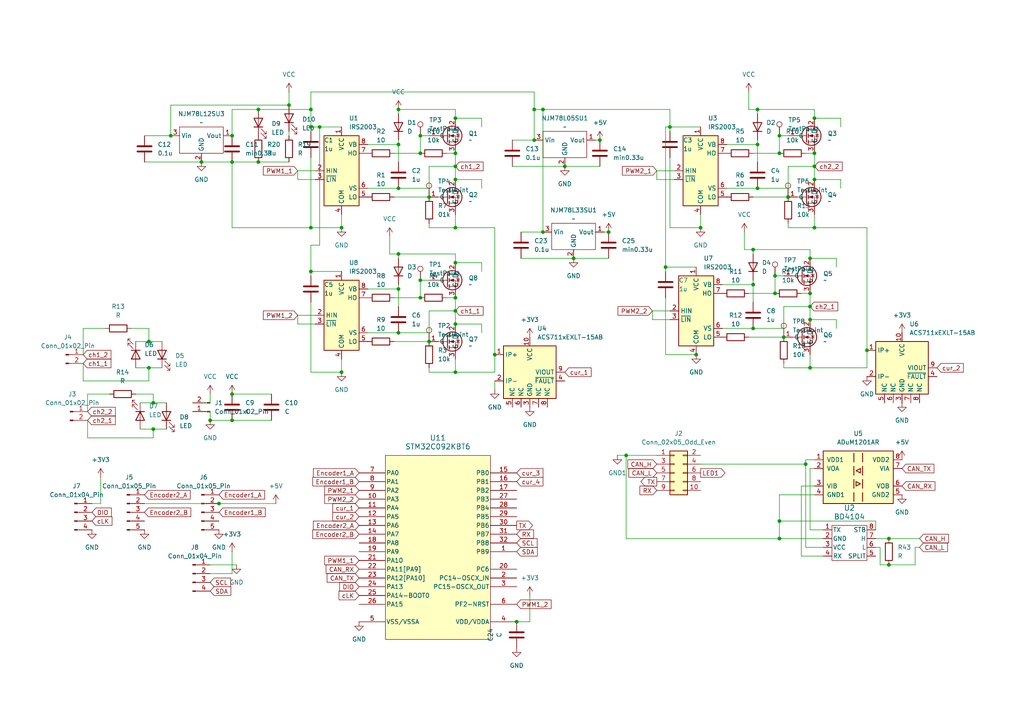
<source format=kicad_sch>
(kicad_sch (version 20250114) (generator "eeschema") (generator_version "9.0")
  (paper "A4")
  (junction (at 181.61 132.08))
  (junction (at 194.31 36.83))
  (junction (at 90.17 36.83))
  (junction (at 115.57 41.91))
  (junction (at 58.42 46.99))
  (junction (at 157.48 67.31))
  (junction (at 219.71 41.91))
  (junction (at 163.83 48.26))
  (junction (at 149.86 180.34))
  (junction (at 234.95 85.09))
  (junction (at 193.04 77.47))
  (junction (at 132.08 90.17))
  (junction (at 132.08 48.26))
  (junction (at 219.71 54.61))
  (junction (at 154.94 40.64))
  (junction (at 166.37 74.93))
  (junction (at 236.22 44.45))
  (junction (at 124.46 99.06))
  (junction (at 154.94 31.75))
  (junction (at 132.08 93.98))
  (junction (at 218.44 82.55))
  (junction (at 257.81 163.83))
  (junction (at 121.92 81.28))
  (junction (at 43.18 99.06))
  (junction (at 234.95 106.68))
  (junction (at 218.44 95.25))
  (junction (at 121.92 44.45))
  (junction (at 227.33 97.79))
  (junction (at 233.68 134.62))
  (junction (at 60.96 121.92))
  (junction (at 63.5 146.05))
  (junction (at 90.17 78.74))
  (junction (at 92.71 36.83))
  (junction (at 99.06 107.95))
  (junction (at 236.22 66.04))
  (junction (at 83.82 30.48))
  (junction (at 226.06 44.45))
  (junction (at 219.71 31.75))
  (junction (at 132.08 76.2))
  (junction (at 99.06 66.04))
  (junction (at 132.08 107.95))
  (junction (at 257.81 156.21))
  (junction (at 67.31 121.92))
  (junction (at 203.2 66.04))
  (junction (at 132.08 66.04))
  (junction (at 226.06 156.21))
  (junction (at 226.06 39.37))
  (junction (at 234.95 74.93))
  (junction (at 236.22 48.26))
  (junction (at 49.53 39.37))
  (junction (at 115.57 96.52))
  (junction (at 90.17 31.75))
  (junction (at 44.45 124.46))
  (junction (at 236.22 52.07))
  (junction (at 132.08 34.29))
  (junction (at 74.93 46.99))
  (junction (at 67.31 46.99))
  (junction (at 251.46 101.6))
  (junction (at 115.57 31.75))
  (junction (at 67.31 39.37))
  (junction (at 132.08 52.07))
  (junction (at 132.08 44.45))
  (junction (at 143.51 102.87))
  (junction (at 43.18 106.68))
  (junction (at 226.06 151.13))
  (junction (at 115.57 73.66))
  (junction (at 157.48 31.75))
  (junction (at 234.95 92.71))
  (junction (at 236.22 34.29))
  (junction (at 228.5665 57.15))
  (junction (at 234.95 88.9))
  (junction (at 115.57 54.61))
  (junction (at 176.53 67.31))
  (junction (at 121.92 39.37))
  (junction (at 228.6 57.15))
  (junction (at 90.17 66.04))
  (junction (at 115.57 83.82))
  (junction (at 74.93 31.75))
  (junction (at 218.44 72.39))
  (junction (at 132.08 86.36))
  (junction (at 201.93 102.87))
  (junction (at 67.31 114.3))
  (junction (at 124.46 57.15))
  (junction (at 224.79 80.01))
  (junction (at 44.45 116.84))
  (junction (at 173.99 40.64))
  (junction (at 121.92 86.36))
  (junction (at 224.79 85.09))
  (wire (pts (xy 236.22 140.97) (xy 232.41 140.97)))
  (wire (pts (xy 139.7 96.52) (xy 139.7 93.98)))
  (wire (pts (xy 236.22 143.51) (xy 226.06 143.51)))
  (wire (pts (xy 218.44 72.39) (xy 234.95 72.39)))
  (wire (pts (xy 157.48 31.75) (xy 194.31 31.75)))
  (wire (pts (xy 90.17 78.74) (xy 90.17 80.01)))
  (wire (pts (xy 106.68 83.82) (xy 115.57 83.82)))
  (wire (pts (xy 25.4 114.3) (xy 31.75 114.3)))
  (wire (pts (xy 215.9 72.39) (xy 218.44 72.39)))
  (wire (pts (xy 90.17 71.12) (xy 92.71 71.12)))
  (wire (pts (xy 60.96 119.38) (xy 60.96 121.92)))
  (wire (pts (xy 219.71 41.91) (xy 219.71 46.99)))
  (wire (pts (xy 236.22 66.04) (xy 251.46 66.04)))
  (wire (pts (xy 39.37 114.3) (xy 44.45 114.3)))
  (wire (pts (xy 154.94 31.75) (xy 154.94 40.64)))
  (wire (pts (xy 242.57 95.25) (xy 242.57 92.71)))
  (wire (pts (xy 233.68 134.62) (xy 233.68 158.75)))
  (wire (pts (xy 44.45 116.84) (xy 48.26 116.84)))
  (wire (pts (xy 139.7 76.2) (xy 132.08 76.2)))
  (wire (pts (xy 74.93 46.99) (xy 83.82 46.99)))
  (wire (pts (xy 99.06 66.04) (xy 99.06 62.23)))
  (wire (pts (xy 189.23 90.17) (xy 194.31 90.17)))
  (wire (pts (xy 236.22 31.75) (xy 236.22 34.29)))
  (wire (pts (xy 166.37 74.93) (xy 176.53 74.93)))
  (wire (pts (xy 40.64 116.84) (xy 44.45 116.84)))
  (wire (pts (xy 226.06 39.37) (xy 228.6 39.37)))
  (wire (pts (xy 243.84 54.61) (xy 243.84 52.07)))
  (wire (pts (xy 90.17 26.67) (xy 90.17 31.75)))
  (wire (pts (xy 209.55 95.25) (xy 218.44 95.25)))
  (wire (pts (xy 203.2 66.04) (xy 203.2 62.23)))
  (wire (pts (xy 190.5 49.53) (xy 190.5 52.07)))
  (wire (pts (xy 124.46 96.52) (xy 124.46 90.17)))
  (wire (pts (xy 39.37 99.06) (xy 43.18 99.06)))
  (wire (pts (xy 67.31 46.99) (xy 74.93 46.99)))
  (wire (pts (xy 176.53 67.31) (xy 175.26 67.31)))
  (wire (pts (xy 234.95 153.67) (xy 234.95 135.89)))
  (wire (pts (xy 234.95 88.9) (xy 234.95 92.71)))
  (wire (pts (xy 233.68 44.45) (xy 236.22 44.45)))
  (wire (pts (xy 139.7 78.74) (xy 139.7 76.2)))
  (wire (pts (xy 228.5665 57.15) (xy 228.6 57.15)))
  (wire (pts (xy 226.06 156.21) (xy 181.61 156.21)))
  (wire (pts (xy 132.08 66.04) (xy 124.46 66.04)))
  (wire (pts (xy 234.95 102.87) (xy 234.95 106.68)))
  (wire (pts (xy 43.18 110.49) (xy 24.13 110.49)))
  (wire (pts (xy 251.46 101.6) (xy 251.46 106.68)))
  (wire (pts (xy 67.31 31.75) (xy 67.31 39.37)))
  (wire (pts (xy 210.82 54.61) (xy 219.71 54.61)))
  (wire (pts (xy 113.03 73.66) (xy 113.03 68.58)))
  (wire (pts (xy 194.31 36.83) (xy 203.2 36.83)))
  (wire (pts (xy 153.67 180.34) (xy 149.86 180.34)))
  (wire (pts (xy 90.17 78.74) (xy 99.06 78.74)))
  (wire (pts (xy 90.17 71.12) (xy 90.17 78.74)))
  (wire (pts (xy 41.91 146.05) (xy 63.5 146.05)))
  (wire (pts (xy 90.17 36.83) (xy 90.17 38.1)))
  (wire (pts (xy 86.36 49.53) (xy 86.36 52.07)))
  (wire (pts (xy 106.68 54.61) (xy 115.57 54.61)))
  (wire (pts (xy 143.51 102.87) (xy 143.51 107.95)))
  (wire (pts (xy 219.71 33.02) (xy 219.71 31.75)))
  (wire (pts (xy 227.33 105.41) (xy 227.33 106.68)))
  (wire (pts (xy 43.18 95.25) (xy 43.18 99.06)))
  (wire (pts (xy 67.31 121.92) (xy 78.74 121.92)))
  (wire (pts (xy 226.06 151.13) (xy 254 151.13)))
  (wire (pts (xy 217.17 31.75) (xy 219.71 31.75)))
  (wire (pts (xy 227.33 95.25) (xy 227.33 88.9)))
  (wire (pts (xy 236.22 62.23) (xy 236.22 66.04)))
  (wire (pts (xy 139.7 34.29) (xy 132.08 34.29)))
  (wire (pts (xy 139.7 54.61) (xy 139.7 52.07)))
  (wire (pts (xy 236.22 48.26) (xy 236.22 52.07)))
  (wire (pts (xy 194.31 66.04) (xy 203.2 66.04)))
  (wire (pts (xy 194.31 36.83) (xy 194.31 38.1)))
  (wire (pts (xy 90.17 36.83) (xy 90.17 31.75)))
  (wire (pts (xy 86.36 91.44) (xy 86.36 93.98)))
  (wire (pts (xy 243.84 36.83) (xy 243.84 34.29)))
  (wire (pts (xy 92.71 71.12) (xy 92.71 36.83)))
  (wire (pts (xy 255.27 163.83) (xy 255.27 158.75)))
  (wire (pts (xy 41.91 46.99) (xy 58.42 46.99)))
  (wire (pts (xy 226.06 156.21) (xy 238.76 156.21)))
  (wire (pts (xy 115.57 96.52) (xy 124.46 96.52)))
  (wire (pts (xy 115.57 40.64) (xy 115.57 41.91)))
  (wire (pts (xy 226.06 143.51) (xy 226.06 151.13)))
  (wire (pts (xy 217.17 85.09) (xy 224.79 85.09)))
  (wire (pts (xy 83.82 26.67) (xy 83.82 30.48)))
  (wire (pts (xy 86.36 52.07) (xy 91.44 52.07)))
  (wire (pts (xy 139.7 36.83) (xy 139.7 34.29)))
  (wire (pts (xy 193.04 77.47) (xy 201.93 77.47)))
  (wire (pts (xy 121.92 39.37) (xy 124.46 39.37)))
  (wire (pts (xy 29.21 138.43) (xy 29.21 146.05)))
  (wire (pts (xy 92.71 36.83) (xy 99.06 36.83)))
  (wire (pts (xy 43.18 106.68) (xy 43.18 110.49)))
  (wire (pts (xy 257.81 163.83) (xy 255.27 163.83)))
  (wire (pts (xy 41.91 39.37) (xy 49.53 39.37)))
  (wire (pts (xy 234.95 72.39) (xy 234.95 74.93)))
  (wire (pts (xy 219.71 40.64) (xy 219.71 41.91)))
  (wire (pts (xy 257.81 156.21) (xy 266.7 156.21)))
  (wire (pts (xy 224.79 80.01) (xy 224.79 85.09)))
  (wire (pts (xy 139.7 93.98) (xy 132.08 93.98)))
  (wire (pts (xy 39.37 106.68) (xy 43.18 106.68)))
  (wire (pts (xy 40.64 124.46) (xy 44.45 124.46)))
  (wire (pts (xy 218.44 95.25) (xy 227.33 95.25)))
  (wire (pts (xy 234.95 85.09) (xy 234.95 88.9)))
  (wire (pts (xy 190.5 52.07) (xy 195.58 52.07)))
  (wire (pts (xy 124.46 48.26) (xy 132.08 48.26)))
  (wire (pts (xy 132.08 66.04) (xy 143.51 66.04)))
  (wire (pts (xy 121.92 39.37) (xy 121.92 44.45)))
  (wire (pts (xy 228.6 48.26) (xy 236.22 48.26)))
  (wire (pts (xy 238.76 153.67) (xy 234.95 153.67)))
  (wire (pts (xy 25.4 119.38) (xy 25.4 114.3)))
  (wire (pts (xy 132.08 104.14) (xy 132.08 107.95)))
  (wire (pts (xy 236.22 44.45) (xy 236.22 48.26)))
  (wire (pts (xy 226.06 151.13) (xy 226.06 156.21)))
  (wire (pts (xy 232.41 161.29) (xy 238.76 161.29)))
  (wire (pts (xy 233.68 133.35) (xy 233.68 134.62)))
  (wire (pts (xy 106.68 41.91) (xy 115.57 41.91)))
  (wire (pts (xy 218.44 81.28) (xy 218.44 82.55)))
  (wire (pts (xy 132.08 90.17) (xy 132.08 93.98)))
  (wire (pts (xy 143.51 107.95) (xy 132.08 107.95)))
  (wire (pts (xy 60.96 114.3) (xy 60.96 116.84)))
  (wire (pts (xy 25.4 127) (xy 25.4 121.92)))
  (wire (pts (xy 210.82 41.91) (xy 219.71 41.91)))
  (wire (pts (xy 38.1 95.25) (xy 43.18 95.25)))
  (wire (pts (xy 49.53 30.48) (xy 49.53 39.37)))
  (wire (pts (xy 194.31 36.83) (xy 194.31 31.75)))
  (wire (pts (xy 257.81 163.83) (xy 265.43 163.83)))
  (wire (pts (xy 254 153.67) (xy 254 151.13)))
  (wire (pts (xy 55.88 116.84) (xy 60.96 116.84)))
  (wire (pts (xy 115.57 41.91) (xy 115.57 46.99)))
  (wire (pts (xy 132.08 73.66) (xy 132.08 76.2)))
  (wire (pts (xy 153.67 172.72) (xy 153.67 180.34)))
  (wire (pts (xy 193.04 86.36) (xy 193.04 102.87)))
  (wire (pts (xy 115.57 33.02) (xy 115.57 31.75)))
  (wire (pts (xy 132.08 44.45) (xy 132.08 48.26)))
  (wire (pts (xy 181.61 132.08) (xy 190.5 132.08)))
  (wire (pts (xy 154.94 31.75) (xy 154.94 26.67)))
  (wire (pts (xy 114.3 86.36) (xy 121.92 86.36)))
  (wire (pts (xy 143.51 66.04) (xy 143.51 102.87)))
  (wire (pts (xy 232.41 85.09) (xy 234.95 85.09)))
  (wire (pts (xy 124.46 64.77) (xy 124.46 66.04)))
  (wire (pts (xy 114.3 57.15) (xy 124.46 57.15)))
  (wire (pts (xy 228.6 54.61) (xy 228.6 48.26)))
  (wire (pts (xy 132.08 31.75) (xy 132.08 34.29)))
  (wire (pts (xy 83.82 38.1) (xy 83.82 39.37)))
  (wire (pts (xy 115.57 73.66) (xy 132.08 73.66)))
  (wire (pts (xy 193.04 77.47) (xy 193.04 78.74)))
  (wire (pts (xy 74.93 31.75) (xy 90.17 31.75)))
  (wire (pts (xy 90.17 66.04) (xy 99.06 66.04)))
  (wire (pts (xy 115.57 83.82) (xy 115.57 88.9)))
  (wire (pts (xy 209.55 82.55) (xy 218.44 82.55)))
  (wire (pts (xy 219.71 31.75) (xy 236.22 31.75)))
  (wire (pts (xy 193.04 36.83) (xy 194.31 36.83)))
  (wire (pts (xy 228.6 64.77) (xy 228.6 66.04)))
  (wire (pts (xy 129.54 44.45) (xy 132.08 44.45)))
  (wire (pts (xy 68.58 163.83) (xy 60.96 163.83)))
  (wire (pts (xy 266.7 158.75) (xy 265.43 158.75)))
  (wire (pts (xy 67.31 66.04) (xy 90.17 66.04)))
  (wire (pts (xy 115.57 54.61) (xy 124.46 54.61)))
  (wire (pts (xy 217.17 31.75) (xy 217.17 26.67)))
  (wire (pts (xy 233.68 158.75) (xy 238.76 158.75)))
  (wire (pts (xy 67.31 46.99) (xy 67.31 66.04)))
  (wire (pts (xy 232.41 140.97) (xy 232.41 161.29)))
  (wire (pts (xy 124.46 54.61) (xy 124.46 48.26)))
  (wire (pts (xy 265.43 158.75) (xy 265.43 163.83)))
  (wire (pts (xy 194.31 45.72) (xy 194.31 66.04)))
  (wire (pts (xy 255.27 158.75) (xy 254 158.75)))
  (wire (pts (xy 63.5 146.05) (xy 80.01 146.05)))
  (wire (pts (xy 189.23 92.71) (xy 194.31 92.71)))
  (wire (pts (xy 224.79 80.01) (xy 227.33 80.01)))
  (wire (pts (xy 60.96 121.92) (xy 67.31 121.92)))
  (wire (pts (xy 179.07 132.08) (xy 181.61 132.08)))
  (wire (pts (xy 242.57 74.93) (xy 234.95 74.93)))
  (wire (pts (xy 29.21 146.05) (xy 26.67 146.05)))
  (wire (pts (xy 243.84 34.29) (xy 236.22 34.29)))
  (wire (pts (xy 233.68 133.35) (xy 236.22 133.35)))
  (wire (pts (xy 218.44 57.15) (xy 228.5665 57.15)))
  (wire (pts (xy 151.13 74.93) (xy 166.37 74.93)))
  (wire (pts (xy 129.54 86.36) (xy 132.08 86.36)))
  (wire (pts (xy 173.99 40.64) (xy 172.72 40.64)))
  (wire (pts (xy 217.17 97.79) (xy 227.33 97.79)))
  (wire (pts (xy 67.31 166.37) (xy 60.96 166.37)))
  (wire (pts (xy 234.95 135.89) (xy 236.22 135.89)))
  (wire (pts (xy 190.5 49.53) (xy 195.58 49.53)))
  (wire (pts (xy 218.44 82.55) (xy 218.44 87.63)))
  (wire (pts (xy 234.95 106.68) (xy 227.33 106.68)))
  (wire (pts (xy 251.46 66.04) (xy 251.46 101.6)))
  (wire (pts (xy 44.45 124.46) (xy 44.45 127)))
  (wire (pts (xy 58.42 46.99) (xy 67.31 46.99)))
  (wire (pts (xy 132.08 86.36) (xy 132.08 90.17)))
  (wire (pts (xy 143.51 110.49) (xy 143.51 113.03)))
  (wire (pts (xy 132.08 107.95) (xy 124.46 107.95)))
  (wire (pts (xy 115.57 74.93) (xy 115.57 73.66)))
  (wire (pts (xy 67.31 31.75) (xy 74.93 31.75)))
  (wire (pts (xy 106.68 96.52) (xy 115.57 96.52)))
  (wire (pts (xy 139.7 52.07) (xy 132.08 52.07)))
  (wire (pts (xy 121.92 81.28) (xy 121.92 86.36)))
  (wire (pts (xy 236.22 66.04) (xy 228.6 66.04)))
  (wire (pts (xy 226.06 39.37) (xy 226.06 44.45)))
  (wire (pts (xy 243.84 52.07) (xy 236.22 52.07)))
  (wire (pts (xy 55.88 119.38) (xy 60.96 119.38)))
  (wire (pts (xy 181.61 156.21) (xy 181.61 132.08)))
  (wire (pts (xy 148.59 40.64) (xy 154.94 40.64)))
  (wire (pts (xy 90.17 36.83) (xy 92.71 36.83)))
  (wire (pts (xy 215.9 72.39) (xy 215.9 67.31)))
  (wire (pts (xy 193.04 36.83) (xy 193.04 77.47)))
  (wire (pts (xy 163.83 48.26) (xy 173.99 48.26)))
  (wire (pts (xy 43.18 106.68) (xy 46.99 106.68)))
  (wire (pts (xy 86.36 93.98) (xy 91.44 93.98)))
  (wire (pts (xy 219.71 54.61) (xy 228.6 54.61)))
  (wire (pts (xy 49.53 30.48) (xy 83.82 30.48)))
  (wire (pts (xy 157.48 31.75) (xy 157.48 67.31)))
  (wire (pts (xy 132.08 48.26) (xy 132.08 52.07)))
  (wire (pts (xy 121.92 81.28) (xy 124.46 81.28)))
  (wire (pts (xy 44.45 124.46) (xy 48.26 124.46)))
  (wire (pts (xy 124.46 90.17) (xy 132.08 90.17)))
  (wire (pts (xy 86.36 49.53) (xy 91.44 49.53)))
  (wire (pts (xy 24.13 105.41) (xy 24.13 110.49)))
  (wire (pts (xy 234.95 106.68) (xy 251.46 106.68)))
  (wire (pts (xy 44.45 127) (xy 25.4 127)))
  (wire (pts (xy 242.57 77.47) (xy 242.57 74.93)))
  (wire (pts (xy 24.13 95.25) (xy 30.48 95.25)))
  (wire (pts (xy 99.06 107.95) (xy 99.06 104.14)))
  (wire (pts (xy 218.44 44.45) (xy 226.06 44.45)))
  (wire (pts (xy 218.44 73.66) (xy 218.44 72.39)))
  (wire (pts (xy 115.57 31.75) (xy 132.08 31.75)))
  (wire (pts (xy 90.17 87.63) (xy 90.17 107.95)))
  (wire (pts (xy 114.3 99.06) (xy 124.46 99.06)))
  (wire (pts (xy 113.03 73.66) (xy 115.57 73.66)))
  (wire (pts (xy 67.31 160.02) (xy 67.31 166.37)))
  (wire (pts (xy 124.46 106.68) (xy 124.46 107.95)))
  (wire (pts (xy 67.31 114.3) (xy 78.74 114.3)))
  (wire (pts (xy 254 156.21) (xy 257.81 156.21)))
  (wire (pts (xy 132.08 62.23) (xy 132.08 66.04)))
  (wire (pts (xy 193.04 102.87) (xy 201.93 102.87)))
  (wire (pts (xy 114.3 44.45) (xy 121.92 44.45)))
  (wire (pts (xy 86.36 91.44) (xy 91.44 91.44)))
  (wire (pts (xy 154.94 26.67) (xy 90.17 26.67)))
  (wire (pts (xy 189.23 90.17) (xy 189.23 92.71)))
  (wire (pts (xy 227.33 88.9) (xy 234.95 88.9)))
  (wire (pts (xy 44.45 114.3) (xy 44.45 116.84)))
  (wire (pts (xy 203.2 134.62) (xy 233.68 134.62)))
  (wire (pts (xy 154.94 31.75) (xy 157.48 31.75)))
  (wire (pts (xy 90.17 45.72) (xy 90.17 66.04)))
  (wire (pts (xy 115.57 82.55) (xy 115.57 83.82)))
  (wire (pts (xy 90.17 107.95) (xy 99.06 107.95)))
  (wire (pts (xy 242.57 92.71) (xy 234.95 92.71)))
  (wire (pts (xy 43.18 99.06) (xy 46.99 99.06)))
  (wire (pts (xy 148.59 48.26) (xy 163.83 48.26)))
  (wire (pts (xy 24.13 102.87) (xy 24.13 95.25)))
  (wire (pts (xy 151.13 67.31) (xy 157.48 67.31)))
  (global_label "cur_2" (shape input) (at 104.14 149.86 180) (property "Intersheetrefs" "${INTERSHEET_REFS}" (effects (hide yes))))
  (global_label "Encoder2_B" (shape input) (at 104.14 154.94 180) (property "Intersheetrefs" "${INTERSHEET_REFS}" (effects (hide yes))))
  (global_label "Encoder2_A" (shape input) (at 104.14 152.4 180) (property "Intersheetrefs" "${INTERSHEET_REFS}" (effects (hide yes))))
  (global_label "PWM2_1" (shape input) (at 190.5 49.53 180) (property "Intersheetrefs" "${INTERSHEET_REFS}" (effects (hide yes))))
  (global_label "DIO" (shape input) (at 26.67 148.59 0) (property "Intersheetrefs" "${INTERSHEET_REFS}" (effects (hide yes))))
  (global_label "Encoder1_B" (shape input) (at 63.5 148.59 0) (property "Intersheetrefs" "${INTERSHEET_REFS}" (effects (hide yes))))
  (global_label "DIO" (shape input) (at 104.14 170.18 180) (property "Intersheetrefs" "${INTERSHEET_REFS}" (effects (hide yes))))
  (global_label "SDA" (shape input) (at 60.96 171.45 0) (property "Intersheetrefs" "${INTERSHEET_REFS}" (effects (hide yes))))
  (global_label "PWM1_2" (shape input) (at 86.36 91.44 180) (property "Intersheetrefs" "${INTERSHEET_REFS}" (effects (hide yes))))
  (global_label "PWM2_2" (shape input) (at 104.14 144.78 180) (property "Intersheetrefs" "${INTERSHEET_REFS}" (effects (hide yes))))
  (global_label "CAN_RX" (shape input) (at 104.14 165.1 180) (property "Intersheetrefs" "${INTERSHEET_REFS}" (effects (hide yes))))
  (global_label "cur_2" (shape input) (at 271.78 106.68 0) (property "Intersheetrefs" "${INTERSHEET_REFS}" (effects (hide yes))))
  (global_label "Encoder2_A" (shape input) (at 41.91 143.51 0) (property "Intersheetrefs" "${INTERSHEET_REFS}" (effects (hide yes))))
  (global_label "SCL" (shape input) (at 149.86 157.48 0) (property "Intersheetrefs" "${INTERSHEET_REFS}" (effects (hide yes))))
  (global_label "ch2_1" (shape input) (at 234.95 88.9 0) (property "Intersheetrefs" "${INTERSHEET_REFS}" (effects (hide yes))))
  (global_label "CAN_RX" (shape input) (at 261.62 140.97 0) (property "Intersheetrefs" "${INTERSHEET_REFS}" (effects (hide yes))))
  (global_label "cur_4" (shape input) (at 149.86 139.7 0) (property "Intersheetrefs" "${INTERSHEET_REFS}" (effects (hide yes))))
  (global_label "PWM2_2" (shape input) (at 189.23 90.17 180) (property "Intersheetrefs" "${INTERSHEET_REFS}" (effects (hide yes))))
  (global_label "ch2_1" (shape input) (at 25.4 121.92 0) (property "Intersheetrefs" "${INTERSHEET_REFS}" (effects (hide yes))))
  (global_label "ch1_1" (shape input) (at 24.13 105.41 0) (property "Intersheetrefs" "${INTERSHEET_REFS}" (effects (hide yes))))
  (global_label "PWM1_2" (shape input) (at 149.86 175.26 0) (property "Intersheetrefs" "${INTERSHEET_REFS}" (effects (hide yes))))
  (global_label "cLK" (shape input) (at 104.14 172.72 180) (property "Intersheetrefs" "${INTERSHEET_REFS}" (effects (hide yes))))
  (global_label "ch2_2" (shape input) (at 25.4 119.38 0) (property "Intersheetrefs" "${INTERSHEET_REFS}" (effects (hide yes))))
  (global_label "SCL" (shape input) (at 60.96 168.91 0) (property "Intersheetrefs" "${INTERSHEET_REFS}" (effects (hide yes))))
  (global_label "cur_1" (shape input) (at 104.14 147.32 180) (property "Intersheetrefs" "${INTERSHEET_REFS}" (effects (hide yes))))
  (global_label "Encoder1_A" (shape input) (at 63.5 143.51 0) (property "Intersheetrefs" "${INTERSHEET_REFS}" (effects (hide yes))))
  (global_label "RX" (shape input) (at 149.86 154.94 0) (property "Intersheetrefs" "${INTERSHEET_REFS}" (effects (hide yes))))
  (global_label "Encoder1_A" (shape input) (at 104.14 137.16 180) (property "Intersheetrefs" "${INTERSHEET_REFS}" (effects (hide yes))))
  (global_label "ch2_2" (shape input) (at 236.22 48.26 0) (property "Intersheetrefs" "${INTERSHEET_REFS}" (effects (hide yes))))
  (global_label "LED1" (shape output) (at 203.2 137.16 0) (property "Intersheetrefs" "${INTERSHEET_REFS}" (effects (hide yes))))
  (global_label "PWM2_1" (shape input) (at 104.14 142.24 180) (property "Intersheetrefs" "${INTERSHEET_REFS}" (effects (hide yes))))
  (global_label "Encoder2_B" (shape input) (at 41.91 148.59 0) (property "Intersheetrefs" "${INTERSHEET_REFS}" (effects (hide yes))))
  (global_label "PWM1_1" (shape input) (at 104.14 162.56 180) (property "Intersheetrefs" "${INTERSHEET_REFS}" (effects (hide yes))))
  (global_label "CAN_H" (shape input) (at 266.7 156.21 0) (property "Intersheetrefs" "${INTERSHEET_REFS}" (effects (hide yes))))
  (global_label "TX" (shape output) (at 190.5 139.7 180) (property "Intersheetrefs" "${INTERSHEET_REFS}" (effects (hide yes))))
  (global_label "ch1_1" (shape input) (at 132.08 90.17 0) (property "Intersheetrefs" "${INTERSHEET_REFS}" (effects (hide yes))))
  (global_label "cur_3" (shape input) (at 149.86 137.16 0) (property "Intersheetrefs" "${INTERSHEET_REFS}" (effects (hide yes))))
  (global_label "SDA" (shape input) (at 149.86 160.02 0) (property "Intersheetrefs" "${INTERSHEET_REFS}" (effects (hide yes))))
  (global_label "CAN_L" (shape input) (at 266.7 158.75 0) (property "Intersheetrefs" "${INTERSHEET_REFS}" (effects (hide yes))))
  (global_label "cLK" (shape input) (at 26.67 151.13 0) (property "Intersheetrefs" "${INTERSHEET_REFS}" (effects (hide yes))))
  (global_label "ch1_2" (shape input) (at 24.13 102.87 0) (property "Intersheetrefs" "${INTERSHEET_REFS}" (effects (hide yes))))
  (global_label "TX" (shape output) (at 149.86 152.4 0) (property "Intersheetrefs" "${INTERSHEET_REFS}" (effects (hide yes))))
  (global_label "PWM1_1" (shape input) (at 86.36 49.53 180) (property "Intersheetrefs" "${INTERSHEET_REFS}" (effects (hide yes))))
  (global_label "CAN_L" (shape input) (at 190.5 137.16 180) (property "Intersheetrefs" "${INTERSHEET_REFS}" (effects (hide yes))))
  (global_label "CAN_TX" (shape input) (at 261.62 135.89 0) (property "Intersheetrefs" "${INTERSHEET_REFS}" (effects (hide yes))))
  (global_label "CAN_TX" (shape input) (at 104.14 167.64 180) (property "Intersheetrefs" "${INTERSHEET_REFS}" (effects (hide yes))))
  (global_label "cur_1" (shape input) (at 163.83 107.95 0) (property "Intersheetrefs" "${INTERSHEET_REFS}" (effects (hide yes))))
  (global_label "Encoder1_B" (shape input) (at 104.14 139.7 180) (property "Intersheetrefs" "${INTERSHEET_REFS}" (effects (hide yes))))
  (global_label "RX" (shape input) (at 190.5 142.24 180) (property "Intersheetrefs" "${INTERSHEET_REFS}" (effects (hide yes))))
  (global_label "CAN_H" (shape input) (at 190.5 134.62 180) (property "Intersheetrefs" "${INTERSHEET_REFS}" (effects (hide yes))))
  (global_label "ch1_2" (shape input) (at 132.08 48.26 0) (property "Intersheetrefs" "${INTERSHEET_REFS}" (effects (hide yes))))
  (symbol (lib_id "Device:R") (at 213.36 97.79 90) (unit 1)
    (property "Reference" "R12" (at 213.36 91.44 90))
    (property "Value" "10" (at 213.36 93.98 90))
    (property "Footprint" "Resistor_SMD:R_0603_1608Metric_Pad0.98x0.95mm_HandSolder" (effects (hide yes)))
    (property "Description" "Resistor" (effects (hide yes)))
  )
  (symbol (lib_id "jisaku:BD4104") (at 246.38 157.48 0) (unit 1)
    (property "Reference" "U2" (at 246.38 147.32 0) (effects (font (size 1.524 1.524))))
    (property "Value" "BD4104" (at 246.38 149.86 0) (effects (font (size 1.524 1.524))))
    (property "Footprint" "jisaku:SOP-J8" (effects (hide yes)))
    (property "Datasheet" "SOP-J8" (effects (hide yes)))
  )
  (symbol (lib_id "Driver_FET:IRS2003") (at 203.2 49.53 0) (unit 1)
    (property "Reference" "U3" (at 205.3433 34.29 0) (effects (justify left)))
    (property "Value" "IRS2003" (at 205.3433 36.83 0) (effects (justify left)))
    (property "Footprint" "Package_SO:SOIC-8_3.9x4.9mm_P1.27mm" (effects (hide yes)))
    (property "Datasheet" "https://www.infineon.com/dgdl/irs2003pbf.pdf?fileId=5546d462533600a401535675afec2780" (effects (hide yes)))
    (property "Description" "Half-Bridge Driver, 200V, 290/600mA, PDIP-8/SOIC-8" (effects (hide yes)))
  )
  (symbol (lib_id "power:+3V3") (at 261.62 96.52 0) (unit 1)
    (property "Reference" "#PWR018" (effects (hide yes)))
    (property "Value" "+3V3" (at 261.62 91.44 0))
    (property "Description" "Power symbol creates a global label with name \"+3V3\"" (effects (hide yes)))
  )
  (symbol (lib_id "Connector:Conn_01x05_Pin") (at 58.42 148.59 0) (unit 1)
    (property "Reference" "J6" (at 59.055 138.43 0))
    (property "Value" "Conn_01x05_Pin" (at 59.055 140.97 0))
    (property "Footprint" "Connector_PinHeader_2.54mm:PinHeader_1x05_P2.54mm_Horizontal" (effects (hide yes)))
    (property "Description" "Generic connector, single row, 01x05, script generated" (effects (hide yes)))
  )
  (symbol (lib_id "Device:C") (at 67.31 43.18 0) (unit 1)
    (property "Reference" "C11" (at 71.12 41.9099 0) (effects (justify left)))
    (property "Value" "min0.33u" (at 71.12 44.4499 0) (effects (justify left)))
    (property "Footprint" "Capacitor_SMD:C_0603_1608Metric" (effects (hide yes)))
    (property "Description" "Unpolarized capacitor" (effects (hide yes)))
  )
  (symbol (lib_id "Device:R") (at 110.49 57.15 90) (unit 1)
    (property "Reference" "R1" (at 110.49 50.8 90))
    (property "Value" "10" (at 110.49 53.34 90))
    (property "Footprint" "Resistor_SMD:R_0603_1608Metric_Pad0.98x0.95mm_HandSolder" (effects (hide yes)))
    (property "Description" "Resistor" (effects (hide yes)))
  )
  (symbol (lib_id "Connector:TestPoint") (at 124.46 57.15 0) (unit 1)
    (property "Reference" "TP4" (at 127 52.5779 0) (effects (justify left)))
    (property "Value" "TestPoint" (at 127 55.1179 0) (effects (justify left)))
    (property "Description" "test point" (effects (hide yes)))
  )
  (symbol (lib_id "power:+5V") (at 80.01 146.05 0) (unit 1)
    (property "Reference" "#PWR032" (effects (hide yes)))
    (property "Value" "+5V" (at 80.01 140.97 0))
    (property "Description" "Power symbol creates a global label with name \"+5V\"" (effects (hide yes)))
  )
  (symbol (lib_id "Connector:TestPoint") (at 226.06 39.37 0) (unit 1)
    (property "Reference" "TP5" (at 228.6 34.7979 0) (effects (justify left)))
    (property "Value" "TestPoint" (at 228.6 37.3379 0) (effects (justify left)))
    (property "Description" "test point" (effects (hide yes)))
  )
  (symbol (lib_id "Device:R") (at 214.63 57.15 90) (unit 1)
    (property "Reference" "R6" (at 214.63 50.8 90))
    (property "Value" "10" (at 214.63 53.34 90))
    (property "Footprint" "Resistor_SMD:R_0603_1608Metric_Pad0.98x0.95mm_HandSolder" (effects (hide yes)))
    (property "Description" "Resistor" (effects (hide yes)))
  )
  (symbol (lib_id "Device:R") (at 124.46 60.96 180) (unit 1)
    (property "Reference" "R7" (at 127 59.6899 0) (effects (justify right)))
    (property "Value" "01k" (at 127 62.2299 0) (effects (justify right)))
    (property "Footprint" "Resistor_SMD:R_0603_1608Metric_Pad0.98x0.95mm_HandSolder" (effects (hide yes)))
    (property "Description" "Resistor" (effects (hide yes)))
  )
  (symbol (lib_id "power:VCC") (at 215.9 67.31 0) (unit 1)
    (property "Reference" "#PWR011" (effects (hide yes)))
    (property "Value" "VCC" (at 215.9 62.23 0))
    (property "Description" "Power symbol creates a global label with name \"VCC\"" (effects (hide yes)))
  )
  (symbol (lib_id "jisaku:NJM78L33SU3") (at 166.37 67.31 0) (unit 1)
    (property "Reference" "NJM78L33SU1" (at 166.37 60.96 0))
    (property "Value" "~" (at 166.37 63.5 0))
    (property "Footprint" "jisaku:SOT-89-3" (effects (hide yes)))
  )
  (symbol (lib_id "Device:D") (at 218.44 77.47 90) (unit 1)
    (property "Reference" "D4" (at 220.98 76.1999 90) (effects (justify right)))
    (property "Value" "D" (at 220.98 78.7399 90) (effects (justify right)))
    (property "Footprint" "Diode_SMD:D_MicroSMP_AK" (effects (hide yes)))
    (property "Description" "Diode" (effects (hide yes)))
    (property "Sim.Device" "D" (effects (hide yes)))
    (property "Sim.Pins" "1=K 2=A" (effects (hide yes)))
  )
  (symbol (lib_id "Connector:Conn_01x02_Pin") (at 20.32 119.38 0) (unit 1)
    (property "Reference" "J3" (at 20.955 114.3 0))
    (property "Value" "Conn_01x02_Pin" (at 20.955 116.84 0))
    (property "Footprint" "Connector_AMASS:AMASS_XT30PW-F_1x02_P2.50mm_Horizontal" (effects (hide yes)))
    (property "Description" "Generic connector, single row, 01x02, script generated" (effects (hide yes)))
  )
  (symbol (lib_id "2025-10-31_05-54-56:STM32C092KBT6") (at 104.14 137.16 0) (unit 1)
    (property "Reference" "U11" (at 127 127 0) (effects (font (size 1.524 1.524))))
    (property "Value" "STM32C092KBT6" (at 127 129.54 0) (effects (font (size 1.524 1.524))))
    (property "Footprint" "Package_QFP:LQFP-32_7x7mm_P0.8mm" (effects (hide yes)))
    (property "Datasheet" "https://www.st.com/resource/en/datasheet/stm32c091cb.pdf" (effects (hide yes)))
  )
  (symbol (lib_id "Device:R") (at 110.49 99.06 90) (unit 1)
    (property "Reference" "R9" (at 110.49 92.71 90))
    (property "Value" "10" (at 110.49 95.25 90))
    (property "Footprint" "Resistor_SMD:R_0603_1608Metric_Pad0.98x0.95mm_HandSolder" (effects (hide yes)))
    (property "Description" "Resistor" (effects (hide yes)))
  )
  (symbol (lib_id "power:GND") (at 68.58 163.83 0) (unit 1)
    (property "Reference" "#PWR027" (effects (hide yes)))
    (property "Value" "GND" (at 68.58 168.91 0))
    (property "Description" "Power symbol creates a global label with name \"GND\" , ground" (effects (hide yes)))
  )
  (symbol (lib_id "Device:C") (at 193.04 82.55 0) (unit 1)
    (property "Reference" "C7" (at 196.85 81.2799 0) (effects (justify left)))
    (property "Value" "1u" (at 196.85 83.8199 0) (effects (justify left)))
    (property "Footprint" "Capacitor_SMD:C_0603_1608Metric" (effects (hide yes)))
    (property "Description" "Unpolarized capacitor" (effects (hide yes)))
  )
  (symbol (lib_id "Driver_FET:IRS2003") (at 201.93 90.17 0) (unit 1)
    (property "Reference" "U7" (at 204.0733 74.93 0) (effects (justify left)))
    (property "Value" "IRS2003" (at 204.0733 77.47 0) (effects (justify left)))
    (property "Footprint" "Package_SO:SOIC-8_3.9x4.9mm_P1.27mm" (effects (hide yes)))
    (property "Datasheet" "https://www.infineon.com/dgdl/irs2003pbf.pdf?fileId=5546d462533600a401535675afec2780" (effects (hide yes)))
    (property "Description" "Half-Bridge Driver, 200V, 290/600mA, PDIP-8/SOIC-8" (effects (hide yes)))
  )
  (symbol (lib_id "power:GND") (at 60.96 121.92 0) (unit 1)
    (property "Reference" "#PWR014" (effects (hide yes)))
    (property "Value" "GND" (at 60.96 127 0))
    (property "Description" "Power symbol creates a global label with name \"GND\" , ground" (effects (hide yes)))
  )
  (symbol (lib_id "power:GND") (at 163.83 48.26 0) (unit 1)
    (property "Reference" "#PWR015" (effects (hide yes)))
    (property "Value" "GND" (at 163.83 53.34 0))
    (property "Description" "Power symbol creates a global label with name \"GND\" , ground" (effects (hide yes)))
  )
  (symbol (lib_id "Device:LED") (at 39.37 102.87 270) (unit 1)
    (property "Reference" "D6" (at 41.91 100.0124 90) (effects (justify left)))
    (property "Value" "LED" (at 41.91 102.5524 90) (effects (justify left)))
    (property "Footprint" "LED_SMD:LED_0603_1608Metric_Pad1.05x0.95mm_HandSolder" (effects (hide yes)))
    (property "Description" "Light emitting diode" (effects (hide yes)))
    (property "Sim.Pins" "1=K 2=A" (effects (hide yes)))
  )
  (symbol (lib_id "Connector:TestPoint") (at 227.33 97.79 0) (unit 1)
    (property "Reference" "TP8" (at 229.87 93.2179 0) (effects (justify left)))
    (property "Value" "TestPoint" (at 229.87 95.7579 0) (effects (justify left)))
    (property "Description" "test point" (effects (hide yes)))
  )
  (symbol (lib_id "Device:LED") (at 74.93 35.56 90) (unit 1)
    (property "Reference" "D9" (at 78.74 35.8774 90) (effects (justify right)))
    (property "Value" "LED" (at 78.74 38.4174 90) (effects (justify right)))
    (property "Footprint" "LED_SMD:LED_0603_1608Metric_Pad1.05x0.95mm_HandSolder" (effects (hide yes)))
    (property "Description" "Light emitting diode" (effects (hide yes)))
    (property "Sim.Pins" "1=K 2=A" (effects (hide yes)))
  )
  (symbol (lib_id "Device:LED") (at 48.26 120.65 90) (unit 1)
    (property "Reference" "D8" (at 52.07 120.9674 90) (effects (justify right)))
    (property "Value" "LED" (at 52.07 123.5074 90) (effects (justify right)))
    (property "Footprint" "LED_SMD:LED_0603_1608Metric_Pad1.05x0.95mm_HandSolder" (effects (hide yes)))
    (property "Description" "Light emitting diode" (effects (hide yes)))
    (property "Sim.Pins" "1=K 2=A" (effects (hide yes)))
  )
  (symbol (lib_id "Device:D") (at 115.57 36.83 90) (unit 1)
    (property "Reference" "D1" (at 118.11 35.5599 90) (effects (justify right)))
    (property "Value" "D" (at 118.11 38.0999 90) (effects (justify right)))
    (property "Footprint" "Diode_SMD:D_MicroSMP_AK" (effects (hide yes)))
    (property "Description" "Diode" (effects (hide yes)))
    (property "Sim.Device" "D" (effects (hide yes)))
    (property "Sim.Pins" "1=K 2=A" (effects (hide yes)))
  )
  (symbol (lib_id "jisaku:RD3L07BBG") (at 130.81 57.15 0) (unit 1)
    (property "Reference" "Q2" (at 135.89 56.5149 0) (effects (justify left)))
    (property "Value" "~" (at 135.89 58.42 0) (effects (justify left)))
    (property "Footprint" "jisaku:RD3L07BBG" (effects (hide yes)))
  )
  (symbol (lib_id "power:+3V3") (at 67.31 160.02 0) (unit 1)
    (property "Reference" "#PWR034" (effects (hide yes)))
    (property "Value" "+3V3" (at 67.31 154.94 0))
    (property "Description" "Power symbol creates a global label with name \"+3V3\"" (effects (hide yes)))
  )
  (symbol (lib_id "Driver_FET:IRS2003") (at 99.06 49.53 0) (unit 1)
    (property "Reference" "U1" (at 101.2033 34.29 0) (effects (justify left)))
    (property "Value" "IRS2003" (at 101.2033 36.83 0) (effects (justify left)))
    (property "Footprint" "Package_SO:SOIC-8_3.9x4.9mm_P1.27mm" (effects (hide yes)))
    (property "Datasheet" "https://www.infineon.com/dgdl/irs2003pbf.pdf?fileId=5546d462533600a401535675afec2780" (effects (hide yes)))
    (property "Description" "Half-Bridge Driver, 200V, 290/600mA, PDIP-8/SOIC-8" (effects (hide yes)))
  )
  (symbol (lib_id "jisaku:RD3L07BBG") (at 130.81 39.37 0) (unit 1)
    (property "Reference" "Q1" (at 135.89 38.7349 0) (effects (justify left)))
    (property "Value" "~" (at 135.89 40.64 0) (effects (justify left)))
    (property "Footprint" "jisaku:RD3L07BBG" (effects (hide yes)))
  )
  (symbol (lib_id "Device:LED") (at 46.99 102.87 90) (unit 1)
    (property "Reference" "D5" (at 50.8 103.1874 90) (effects (justify right)))
    (property "Value" "LED" (at 50.8 105.7274 90) (effects (justify right)))
    (property "Footprint" "LED_SMD:LED_0603_1608Metric_Pad1.05x0.95mm_HandSolder" (effects (hide yes)))
    (property "Description" "Light emitting diode" (effects (hide yes)))
    (property "Sim.Pins" "1=K 2=A" (effects (hide yes)))
  )
  (symbol (lib_id "Device:R") (at 213.36 85.09 90) (unit 1)
    (property "Reference" "R11" (at 213.36 78.74 90))
    (property "Value" "10" (at 213.36 81.28 90))
    (property "Footprint" "Resistor_SMD:R_0603_1608Metric_Pad0.98x0.95mm_HandSolder" (effects (hide yes)))
    (property "Description" "Resistor" (effects (hide yes)))
  )
  (symbol (lib_id "jisaku:RD3L07BBG") (at 130.81 99.06 0) (unit 1)
    (property "Reference" "Q7" (at 135.89 98.4249 0) (effects (justify left)))
    (property "Value" "~" (at 135.89 100.33 0) (effects (justify left)))
    (property "Footprint" "jisaku:RD3L07BBG" (effects (hide yes)))
  )
  (symbol (lib_id "Connector:TestPoint") (at 124.46 99.06 0) (unit 1)
    (property "Reference" "TP2" (at 127 94.4879 0) (effects (justify left)))
    (property "Value" "TestPoint" (at 127 97.0279 0) (effects (justify left)))
    (property "Description" "test point" (effects (hide yes)))
  )
  (symbol (lib_id "Device:C") (at 173.99 44.45 0) (unit 1)
    (property "Reference" "C14" (at 177.8 43.1799 0) (effects (justify left)))
    (property "Value" "min0.33u" (at 177.8 45.7199 0) (effects (justify left)))
    (property "Footprint" "Capacitor_SMD:C_0603_1608Metric" (effects (hide yes)))
    (property "Description" "Unpolarized capacitor" (effects (hide yes)))
  )
  (symbol (lib_id "Device:LED") (at 83.82 34.29 90) (unit 1)
    (property "Reference" "D10" (at 87.63 34.6074 90) (effects (justify right)))
    (property "Value" "LED" (at 87.63 37.1474 90) (effects (justify right)))
    (property "Footprint" "LED_SMD:LED_0603_1608Metric_Pad1.05x0.95mm_HandSolder" (effects (hide yes)))
    (property "Description" "Light emitting diode" (effects (hide yes)))
    (property "Sim.Pins" "1=K 2=A" (effects (hide yes)))
  )
  (symbol (lib_id "Connector_Generic:Conn_02x05_Odd_Even") (at 195.58 137.16 0) (unit 1)
    (property "Reference" "J2" (at 196.85 125.73 0))
    (property "Value" "Conn_02x05_Odd_Even" (at 196.85 128.27 0))
    (property "Footprint" "Connector_PinHeader_2.54mm:PinHeader_2x05_P2.54mm_Horizontal" (effects (hide yes)))
    (property "Description" "Generic connector, double row, 02x05, odd/even pin numbering scheme (row 1 odd numbers, row 2 even numbers), script generated (kicad-library-utils/schlib/autogen/connector/)" (effects (hide yes)))
  )
  (symbol (lib_id "power:GND") (at 143.51 113.03 0) (unit 1)
    (property "Reference" "#PWR08" (effects (hide yes)))
    (property "Value" "GND" (at 143.51 118.11 0))
    (property "Description" "Power symbol creates a global label with name \"GND\" , ground" (effects (hide yes)))
  )
  (symbol (lib_id "Driver_FET:IRS2003") (at 99.06 91.44 0) (unit 1)
    (property "Reference" "U8" (at 101.2033 76.2 0) (effects (justify left)))
    (property "Value" "IRS2003" (at 101.2033 78.74 0) (effects (justify left)))
    (property "Footprint" "Package_SO:SOIC-8_3.9x4.9mm_P1.27mm" (effects (hide yes)))
    (property "Datasheet" "https://www.infineon.com/dgdl/irs2003pbf.pdf?fileId=5546d462533600a401535675afec2780" (effects (hide yes)))
    (property "Description" "Half-Bridge Driver, 200V, 290/600mA, PDIP-8/SOIC-8" (effects (hide yes)))
  )
  (symbol (lib_id "Device:D") (at 115.57 78.74 90) (unit 1)
    (property "Reference" "D3" (at 118.11 77.4699 90) (effects (justify right)))
    (property "Value" "D" (at 118.11 80.0099 90) (effects (justify right)))
    (property "Footprint" "Diode_SMD:D_MicroSMP_AK" (effects (hide yes)))
    (property "Description" "Diode" (effects (hide yes)))
    (property "Sim.Device" "D" (effects (hide yes)))
    (property "Sim.Pins" "1=K 2=A" (effects (hide yes)))
  )
  (symbol (lib_id "power:GND") (at 261.62 143.51 0) (unit 1)
    (property "Reference" "#PWR036" (effects (hide yes)))
    (property "Value" "GND" (at 261.62 148.59 0))
    (property "Description" "Power symbol creates a global label with name \"GND\" , ground" (effects (hide yes)))
  )
  (symbol (lib_id "power:VCC") (at 83.82 26.67 0) (unit 1)
    (property "Reference" "#PWR02" (effects (hide yes)))
    (property "Value" "VCC" (at 83.82 21.59 0))
    (property "Description" "Power symbol creates a global label with name \"VCC\"" (effects (hide yes)))
  )
  (symbol (lib_id "power:VCC") (at 113.03 68.58 0) (unit 1)
    (property "Reference" "#PWR07" (effects (hide yes)))
    (property "Value" "VCC" (at 113.03 63.5 0))
    (property "Description" "Power symbol creates a global label with name \"VCC\"" (effects (hide yes)))
  )
  (symbol (lib_id "Connector:TestPoint") (at 228.5665 57.15 0) (unit 1)
    (property "Reference" "TP6" (at 231.1065 52.5779 0) (effects (justify left)))
    (property "Value" "TestPoint" (at 231.1065 55.1179 0) (effects (justify left)))
    (property "Description" "test point" (effects (hide yes)))
  )
  (symbol (lib_id "Device:R") (at 34.29 95.25 90) (unit 1)
    (property "Reference" "R13" (at 34.29 88.9 90))
    (property "Value" "R" (at 34.29 91.44 90))
    (property "Footprint" "Resistor_SMD:R_0603_1608Metric_Pad0.98x0.95mm_HandSolder" (effects (hide yes)))
    (property "Description" "Resistor" (effects (hide yes)))
  )
  (symbol (lib_id "power:GND") (at 251.46 109.22 0) (unit 1)
    (property "Reference" "#PWR012" (effects (hide yes)))
    (property "Value" "GND" (at 251.46 114.3 0))
    (property "Description" "Power symbol creates a global label with name \"GND\" , ground" (effects (hide yes)))
  )
  (symbol (lib_id "jisaku:RD3L07BBG") (at 234.95 39.37 0) (unit 1)
    (property "Reference" "Q3" (at 240.03 38.7349 0) (effects (justify left)))
    (property "Value" "~" (at 240.03 40.64 0) (effects (justify left)))
    (property "Footprint" "jisaku:RD3L07BBG" (effects (hide yes)))
  )
  (symbol (lib_id "Device:C") (at 149.86 184.15 0) (unit 1)
    (property "Reference" "C24" (at 142.24 184.15 90))
    (property "Value" "C" (at 144.78 184.15 90))
    (property "Footprint" "Capacitor_SMD:C_0603_1608Metric" (effects (hide yes)))
    (property "Description" "Unpolarized capacitor" (effects (hide yes)))
  )
  (symbol (lib_id "Sensor_Current:ACS711xEXLT-15AB") (at 261.62 106.68 0) (unit 1)
    (property "Reference" "U6" (at 263.7633 93.98 0) (effects (justify left)))
    (property "Value" "ACS711xEXLT-15AB" (at 263.7633 96.52 0) (effects (justify left)))
    (property "Footprint" "Sensor_Current:Allegro_QFN-12-10-1EP_3x3mm_P0.5mm" (effects (hide yes)))
    (property "Datasheet" "http://www.allegromicro.com/~/Media/Files/Datasheets/ACS711-Datasheet.ashx" (effects (hide yes)))
    (property "Description" "±15A Bidirectional Hall-Effect Current Sensor, +3.3V supply, 90mV/A, QFN-12" (effects (hide yes)))
  )
  (symbol (lib_id "Device:C") (at 115.57 92.71 0) (unit 1)
    (property "Reference" "C6" (at 119.38 91.4399 0) (effects (justify left)))
    (property "Value" "1u" (at 119.38 93.9799 0) (effects (justify left)))
    (property "Footprint" "Capacitor_SMD:C_0603_1608Metric" (effects (hide yes)))
    (property "Description" "Unpolarized capacitor" (effects (hide yes)))
  )
  (symbol (lib_id "Device:R") (at 229.87 44.45 90) (unit 1)
    (property "Reference" "R16" (at 229.87 38.1 90))
    (property "Value" "10k" (at 229.87 40.64 90))
    (property "Footprint" "Resistor_SMD:R_0603_1608Metric_Pad0.98x0.95mm_HandSolder" (effects (hide yes)))
    (property "Description" "Resistor" (effects (hide yes)))
  )
  (symbol (lib_id "power:GND") (at 41.91 153.67 0) (unit 1)
    (property "Reference" "#PWR019" (effects (hide yes)))
    (property "Value" "GND" (at 41.91 158.75 0))
    (property "Description" "Power symbol creates a global label with name \"GND\" , ground" (effects (hide yes)))
  )
  (symbol (lib_id "power:GND") (at 153.67 118.11 0) (unit 1)
    (property "Reference" "#PWR05" (effects (hide yes)))
    (property "Value" "GND" (at 153.67 123.19 0))
    (property "Description" "Power symbol creates a global label with name \"GND\" , ground" (effects (hide yes)))
  )
  (symbol (lib_id "power:GND") (at 26.67 153.67 0) (unit 1)
    (property "Reference" "#PWR016" (effects (hide yes)))
    (property "Value" "GND" (at 26.67 158.75 0))
    (property "Description" "Power symbol creates a global label with name \"GND\" , ground" (effects (hide yes)))
  )
  (symbol (lib_id "Connector:Conn_01x02_Pin") (at 19.05 102.87 0) (unit 1)
    (property "Reference" "J4" (at 19.685 97.79 0))
    (property "Value" "Conn_01x02_Pin" (at 19.685 100.33 0))
    (property "Footprint" "Connector_AMASS:AMASS_XT30PW-F_1x02_P2.50mm_Horizontal" (effects (hide yes)))
    (property "Description" "Generic connector, single row, 01x02, script generated" (effects (hide yes)))
  )
  (symbol (lib_id "power:+5V") (at 173.99 40.64 0) (unit 1)
    (property "Reference" "#PWR06" (effects (hide yes)))
    (property "Value" "+5V" (at 173.99 35.56 0))
    (property "Description" "Power symbol creates a global label with name \"+5V\"" (effects (hide yes)))
  )
  (symbol (lib_id "power:GND") (at 58.42 46.99 0) (unit 1)
    (property "Reference" "#PWR09" (effects (hide yes)))
    (property "Value" "GND" (at 58.42 52.07 0))
    (property "Description" "Power symbol creates a global label with name \"GND\" , ground" (effects (hide yes)))
  )
  (symbol (lib_id "power:+5V") (at 261.62 133.35 0) (unit 1)
    (property "Reference" "#PWR035" (effects (hide yes)))
    (property "Value" "+5V" (at 261.62 128.27 0))
    (property "Description" "Power symbol creates a global label with name \"+5V\"" (effects (hide yes)))
  )
  (symbol (lib_id "jisaku:RD3L07BBG") (at 233.68 97.79 0) (unit 1)
    (property "Reference" "Q6" (at 238.76 97.1549 0) (effects (justify left)))
    (property "Value" "~" (at 238.76 99.06 0) (effects (justify left)))
    (property "Footprint" "jisaku:RD3L07BBG" (effects (hide yes)))
  )
  (symbol (lib_id "Device:C") (at 151.13 71.12 0) (unit 1)
    (property "Reference" "C23" (at 154.94 69.8499 0) (effects (justify left)))
    (property "Value" "0.1u" (at 154.94 72.3899 0) (effects (justify left)))
    (property "Footprint" "Capacitor_SMD:C_0603_1608Metric" (effects (hide yes)))
    (property "Description" "Unpolarized capacitor" (effects (hide yes)))
  )
  (symbol (lib_id "power:GND") (at 99.06 66.04 0) (unit 1)
    (property "Reference" "#PWR024" (effects (hide yes)))
    (property "Value" "GND" (at 99.06 71.12 0))
    (property "Description" "Power symbol creates a global label with name \"GND\" , ground" (effects (hide yes)))
  )
  (symbol (lib_id "power:VCC") (at 67.31 114.3 0) (unit 1)
    (property "Reference" "#PWR013" (effects (hide yes)))
    (property "Value" "VCC" (at 67.31 109.22 0))
    (property "Description" "Power symbol creates a global label with name \"VCC\"" (effects (hide yes)))
  )
  (symbol (lib_id "Device:R") (at 125.73 86.36 90) (unit 1)
    (property "Reference" "R4" (at 125.73 80.01 90))
    (property "Value" "10k" (at 125.73 82.55 90))
    (property "Footprint" "Resistor_SMD:R_0603_1608Metric_Pad0.98x0.95mm_HandSolder" (effects (hide yes)))
    (property "Description" "Resistor" (effects (hide yes)))
  )
  (symbol (lib_id "power:GND") (at 63.5 153.67 0) (unit 1)
    (property "Reference" "#PWR026" (effects (hide yes)))
    (property "Value" "GND" (at 63.5 158.75 0))
    (property "Description" "Power symbol creates a global label with name \"GND\" , ground" (effects (hide yes)))
  )
  (symbol (lib_id "Device:R") (at 83.82 43.18 180) (unit 1)
    (property "Reference" "R19" (at 86.36 41.9099 0) (effects (justify right)))
    (property "Value" "R" (at 86.36 44.4499 0) (effects (justify right)))
    (property "Footprint" "Resistor_SMD:R_0603_1608Metric_Pad0.98x0.95mm_HandSolder" (effects (hide yes)))
    (property "Description" "Resistor" (effects (hide yes)))
  )
  (symbol (lib_id "Device:C") (at 67.31 118.11 0) (unit 1)
    (property "Reference" "C9" (at 71.12 116.8399 0) (effects (justify left)))
    (property "Value" "C" (at 71.12 119.3799 0) (effects (justify left)))
    (property "Footprint" "Capacitor_SMD:C_Elec_10x10.2" (effects (hide yes)))
    (property "Description" "Unpolarized capacitor" (effects (hide yes)))
  )
  (symbol (lib_id "Isolator:ADuM1201AR") (at 248.92 138.43 0) (unit 1)
    (property "Reference" "U5" (at 248.92 125.73 0))
    (property "Value" "ADuM1201AR" (at 248.92 128.27 0))
    (property "Footprint" "Package_SO:SOIC-8_3.9x4.9mm_P1.27mm" (effects (hide yes)))
    (property "Datasheet" "https://www.analog.com/media/en/technical-documentation/data-sheets/ADuM1200_1201.pdf" (effects (hide yes)))
    (property "Description" "Dual-channel digital isolator, bidirectional communication, 3V/5V level translation, SOIC-8" (effects (hide yes)))
  )
  (symbol (lib_id "power:VCC") (at 115.57 31.75 0) (unit 1)
    (property "Reference" "#PWR03" (effects (hide yes)))
    (property "Value" "VCC" (at 115.57 26.67 0))
    (property "Description" "Power symbol creates a global label with name \"VCC\"" (effects (hide yes)))
  )
  (symbol (lib_id "Device:C") (at 90.17 41.91 0) (unit 1)
    (property "Reference" "C1" (at 93.98 40.6399 0) (effects (justify left)))
    (property "Value" "1u" (at 93.98 43.1799 0) (effects (justify left)))
    (property "Footprint" "Capacitor_SMD:C_0603_1608Metric" (effects (hide yes)))
    (property "Description" "Unpolarized capacitor" (effects (hide yes)))
  )
  (symbol (lib_id "jisaku:NJM78L05SU3") (at 163.83 40.64 0) (unit 1)
    (property "Reference" "NJM78L05SU1" (at 163.83 34.29 0))
    (property "Value" "~" (at 163.83 36.83 0))
    (property "Footprint" "jisaku:SOT-89-3" (effects (hide yes)))
  )
  (symbol (lib_id "Connector:Conn_01x02_Pin") (at 60.96 119.38 180) (unit 1)
    (property "Reference" "J1" (at 62.23 116.8399 0) (effects (justify right)))
    (property "Value" "Conn_01x02_Pin" (at 62.23 119.3799 0) (effects (justify right)))
    (property "Footprint" "Connector_AMASS:AMASS_XT30PW-M_1x02_P2.50mm_Horizontal" (effects (hide yes)))
    (property "Description" "Generic connector, single row, 01x02, script generated" (effects (hide yes)))
  )
  (symbol (lib_id "jisaku:NJM78L33SU3") (at 58.42 39.37 0) (unit 1)
    (property "Reference" "NJM78L12SU3" (at 58.42 33.02 0))
    (property "Value" "~" (at 58.42 35.56 0))
    (property "Footprint" "jisaku:SOT-89-3" (effects (hide yes)))
  )
  (symbol (lib_id "Sensor_Current:ACS711xEXLT-15AB") (at 153.67 107.95 0) (unit 1)
    (property "Reference" "U4" (at 155.8133 95.25 0) (effects (justify left)))
    (property "Value" "ACS711xEXLT-15AB" (at 155.8133 97.79 0) (effects (justify left)))
    (property "Footprint" "Sensor_Current:Allegro_QFN-12-10-1EP_3x3mm_P0.5mm" (effects (hide yes)))
    (property "Datasheet" "http://www.allegromicro.com/~/Media/Files/Datasheets/ACS711-Datasheet.ashx" (effects (hide yes)))
    (property "Description" "±15A Bidirectional Hall-Effect Current Sensor, +3.3V supply, 90mV/A, QFN-12" (effects (hide yes)))
  )
  (symbol (lib_id "Connector:TestPoint") (at 121.92 81.28 0) (unit 1)
    (property "Reference" "TP1" (at 124.46 76.7079 0) (effects (justify left)))
    (property "Value" "TestPoint" (at 124.46 79.2479 0) (effects (justify left)))
    (property "Description" "test point" (effects (hide yes)))
  )
  (symbol (lib_id "Connector:TestPoint") (at 121.92 39.37 0) (unit 1)
    (property "Reference" "TP3" (at 124.46 34.7979 0) (effects (justify left)))
    (property "Value" "TestPoint" (at 124.46 37.3379 0) (effects (justify left)))
    (property "Description" "test point" (effects (hide yes)))
  )
  (symbol (lib_id "power:GND") (at 99.06 107.95 0) (unit 1)
    (property "Reference" "#PWR025" (effects (hide yes)))
    (property "Value" "GND" (at 99.06 113.03 0))
    (property "Description" "Power symbol creates a global label with name \"GND\" , ground" (effects (hide yes)))
  )
  (symbol (lib_id "power:+3V3") (at 29.21 138.43 0) (unit 1)
    (property "Reference" "#PWR029" (effects (hide yes)))
    (property "Value" "+3V3" (at 29.21 133.35 0))
    (property "Description" "Power symbol creates a global label with name \"+3V3\"" (effects (hide yes)))
  )
  (symbol (lib_id "power:GND") (at 203.2 66.04 0) (unit 1)
    (property "Reference" "#PWR023" (effects (hide yes)))
    (property "Value" "GND" (at 203.2 71.12 0))
    (property "Description" "Power symbol creates a global label with name \"GND\" , ground" (effects (hide yes)))
  )
  (symbol (lib_id "Device:R") (at 110.49 44.45 90) (unit 1)
    (property "Reference" "R2" (at 110.49 38.1 90))
    (property "Value" "10" (at 110.49 40.64 90))
    (property "Footprint" "Resistor_SMD:R_0603_1608Metric_Pad0.98x0.95mm_HandSolder" (effects (hide yes)))
    (property "Description" "Resistor" (effects (hide yes)))
  )
  (symbol (lib_id "Device:C") (at 194.31 41.91 0) (unit 1)
    (property "Reference" "C3" (at 198.12 40.6399 0) (effects (justify left)))
    (property "Value" "1u" (at 198.12 43.1799 0) (effects (justify left)))
    (property "Footprint" "Capacitor_SMD:C_0603_1608Metric" (effects (hide yes)))
    (property "Description" "Unpolarized capacitor" (effects (hide yes)))
  )
  (symbol (lib_id "jisaku:RD3L07BBG") (at 233.68 80.01 0) (unit 1)
    (property "Reference" "Q5" (at 238.76 79.3749 0) (effects (justify left)))
    (property "Value" "~" (at 238.76 81.28 0) (effects (justify left)))
    (property "Footprint" "jisaku:RD3L07BBG" (effects (hide yes)))
  )
  (symbol (lib_id "power:GND") (at 149.86 187.96 0) (unit 1)
    (property "Reference" "#PWR030" (effects (hide yes)))
    (property "Value" "GND" (at 149.86 193.04 0))
    (property "Description" "Power symbol creates a global label with name \"GND\" , ground" (effects (hide yes)))
  )
  (symbol (lib_id "jisaku:RD3L07BBG") (at 130.81 81.28 0) (unit 1)
    (property "Reference" "Q8" (at 135.89 80.6449 0) (effects (justify left)))
    (property "Value" "~" (at 135.89 82.55 0) (effects (justify left)))
    (property "Footprint" "jisaku:RD3L07BBG" (effects (hide yes)))
  )
  (symbol (lib_id "Device:R") (at 74.93 43.18 180) (unit 1)
    (property "Reference" "R20" (at 77.47 41.9099 0) (effects (justify right)))
    (property "Value" "R" (at 77.47 44.4499 0) (effects (justify right)))
    (property "Footprint" "Resistor_SMD:R_0603_1608Metric_Pad0.98x0.95mm_HandSolder" (effects (hide yes)))
    (property "Description" "Resistor" (effects (hide yes)))
  )
  (symbol (lib_id "Device:R") (at 110.49 86.36 90) (unit 1)
    (property "Reference" "R8" (at 110.49 80.01 90))
    (property "Value" "10" (at 110.49 82.55 90))
    (property "Footprint" "Resistor_SMD:R_0603_1608Metric_Pad0.98x0.95mm_HandSolder" (effects (hide yes)))
    (property "Description" "Resistor" (effects (hide yes)))
  )
  (symbol (lib_id "Connector:Conn_01x05_Pin") (at 36.83 148.59 0) (unit 1)
    (property "Reference" "J5" (at 37.465 138.43 0))
    (property "Value" "Conn_01x05_Pin" (at 37.465 140.97 0))
    (property "Footprint" "Connector_PinHeader_2.54mm:PinHeader_1x05_P2.54mm_Horizontal" (effects (hide yes)))
    (property "Description" "Generic connector, single row, 01x05, script generated" (effects (hide yes)))
  )
  (symbol (lib_id "Device:C") (at 148.59 44.45 0) (unit 1)
    (property "Reference" "C13" (at 152.4 43.1799 0) (effects (justify left)))
    (property "Value" "0.1u" (at 152.4 45.7199 0) (effects (justify left)))
    (property "Footprint" "Capacitor_SMD:C_0603_1608Metric" (effects (hide yes)))
    (property "Description" "Unpolarized capacitor" (effects (hide yes)))
  )
  (symbol (lib_id "Device:R") (at 35.56 114.3 90) (unit 1)
    (property "Reference" "R14" (at 35.56 107.95 90))
    (property "Value" "R" (at 35.56 110.49 90))
    (property "Footprint" "Resistor_SMD:R_0603_1608Metric_Pad0.98x0.95mm_HandSolder" (effects (hide yes)))
    (property "Description" "Resistor" (effects (hide yes)))
  )
  (symbol (lib_id "power:VCC") (at 217.17 26.67 0) (unit 1)
    (property "Reference" "#PWR04" (effects (hide yes)))
    (property "Value" "VCC" (at 217.17 21.59 0))
    (property "Description" "Power symbol creates a global label with name \"VCC\"" (effects (hide yes)))
  )
  (symbol (lib_id "Device:LED") (at 40.64 120.65 270) (unit 1)
    (property "Reference" "D7" (at 43.18 117.7924 90) (effects (justify left)))
    (property "Value" "LED" (at 43.18 120.3324 90) (effects (justify left)))
    (property "Footprint" "LED_SMD:LED_0603_1608Metric_Pad1.05x0.95mm_HandSolder" (effects (hide yes)))
    (property "Description" "Light emitting diode" (effects (hide yes)))
    (property "Sim.Pins" "1=K 2=A" (effects (hide yes)))
  )
  (symbol (lib_id "Device:C") (at 219.71 50.8 0) (unit 1)
    (property "Reference" "C4" (at 223.52 49.5299 0) (effects (justify left)))
    (property "Value" "1u" (at 223.52 52.0699 0) (effects (justify left)))
    (property "Footprint" "Capacitor_SMD:C_0603_1608Metric" (effects (hide yes)))
    (property "Description" "Unpolarized capacitor" (effects (hide yes)))
  )
  (symbol (lib_id "power:VCC") (at 60.96 114.3 0) (unit 1)
    (property "Reference" "#PWR017" (effects (hide yes)))
    (property "Value" "VCC" (at 60.96 109.22 0))
    (property "Description" "Power symbol creates a global label with name \"VCC\"" (effects (hide yes)))
  )
  (symbol (lib_id "power:GND") (at 166.37 74.93 0) (unit 1)
    (property "Reference" "#PWR031" (effects (hide yes)))
    (property "Value" "GND" (at 166.37 80.01 0))
    (property "Description" "Power symbol creates a global label with name \"GND\" , ground" (effects (hide yes)))
  )
  (symbol (lib_id "power:GND1") (at 179.07 132.08 0) (unit 1)
    (property "Reference" "#PWR021" (effects (hide yes)))
    (property "Value" "GND1" (at 179.07 137.16 0))
    (property "Description" "Power symbol creates a global label with name \"GND1\" , ground" (effects (hide yes)))
  )
  (symbol (lib_id "Connector:Conn_01x04_Pin") (at 55.88 166.37 0) (unit 1)
    (property "Reference" "J8" (at 56.515 158.75 0))
    (property "Value" "Conn_01x04_Pin" (at 56.515 161.29 0))
    (property "Footprint" "Connector_PinSocket_2.54mm:PinSocket_1x04_P2.54mm_Vertical" (effects (hide yes)))
    (property "Description" "Generic connector, single row, 01x04, script generated" (effects (hide yes)))
  )
  (symbol (lib_id "Device:C") (at 176.53 71.12 0) (unit 1)
    (property "Reference" "C25" (at 180.34 69.8499 0) (effects (justify left)))
    (property "Value" "min0.33u" (at 180.34 72.3899 0) (effects (justify left)))
    (property "Footprint" "Capacitor_SMD:C_0603_1608Metric" (effects (hide yes)))
    (property "Description" "Unpolarized capacitor" (effects (hide yes)))
  )
  (symbol (lib_id "jisaku:RD3L07BBG") (at 234.95 57.15 0) (unit 1)
    (property "Reference" "Q4" (at 240.03 56.5149 0) (effects (justify left)))
    (property "Value" "~" (at 240.03 58.42 0) (effects (justify left)))
    (property "Footprint" "jisaku:RD3L07BBG" (effects (hide yes)))
  )
  (symbol (lib_id "Connector:Conn_01x04_Pin") (at 21.59 148.59 0) (unit 1)
    (property "Reference" "J7" (at 22.225 140.97 0))
    (property "Value" "Conn_01x04_Pin" (at 22.225 143.51 0))
    (property "Footprint" "Connector_PinSocket_2.54mm:PinSocket_1x04_P2.54mm_Vertical" (effects (hide yes)))
    (property "Description" "Generic connector, single row, 01x04, script generated" (effects (hide yes)))
  )
  (symbol (lib_id "power:+5V") (at 176.53 67.31 0) (unit 1)
    (property "Reference" "#PWR033" (effects (hide yes)))
    (property "Value" "+5V" (at 176.53 62.23 0))
    (property "Description" "Power symbol creates a global label with name \"+5V\"" (effects (hide yes)))
  )
  (symbol (lib_id "Device:R") (at 214.63 44.45 90) (unit 1)
    (property "Reference" "R5" (at 214.63 38.1 90))
    (property "Value" "10" (at 214.63 40.64 90))
    (property "Footprint" "Resistor_SMD:R_0603_1608Metric_Pad0.98x0.95mm_HandSolder" (effects (hide yes)))
    (property "Description" "Resistor" (effects (hide yes)))
  )
  (symbol (lib_id "Device:R") (at 227.33 101.6 180) (unit 1)
    (property "Reference" "R18" (at 229.87 100.3299 0) (effects (justify right)))
    (property "Value" "10k" (at 229.87 102.8699 0) (effects (justify right)))
    (property "Footprint" "Resistor_SMD:R_0603_1608Metric_Pad0.98x0.95mm_HandSolder" (effects (hide yes)))
    (property "Description" "Resistor" (effects (hide yes)))
  )
  (symbol (lib_id "Device:R") (at 257.81 160.02 180) (unit 1)
    (property "Reference" "R43" (at 260.35 158.7499 0) (effects (justify right)))
    (property "Value" "R" (at 260.35 161.2899 0) (effects (justify right)))
    (property "Footprint" "Resistor_SMD:R_0603_1608Metric_Pad0.98x0.95mm_HandSolder" (effects (hide yes)))
    (property "Description" "Resistor" (effects (hide yes)))
  )
  (symbol (lib_id "Device:R") (at 228.6 85.09 90) (unit 1)
    (property "Reference" "R17" (at 228.6 78.74 90))
    (property "Value" "10k" (at 228.6 81.28 90))
    (property "Footprint" "Resistor_SMD:R_0603_1608Metric_Pad0.98x0.95mm_HandSolder" (effects (hide yes)))
    (property "Description" "Resistor" (effects (hide yes)))
  )
  (symbol (lib_id "Device:R") (at 125.73 44.45 90) (unit 1)
    (property "Reference" "R10" (at 125.73 38.1 90))
    (property "Value" "10k" (at 125.73 40.64 90))
    (property "Footprint" "Resistor_SMD:R_0603_1608Metric_Pad0.98x0.95mm_HandSolder" (effects (hide yes)))
    (property "Description" "Resistor" (effects (hide yes)))
  )
  (symbol (lib_id "power:GND") (at 261.62 116.84 0) (unit 1)
    (property "Reference" "#PWR01" (effects (hide yes)))
    (property "Value" "GND" (at 261.62 121.92 0))
    (property "Description" "Power symbol creates a global label with name \"GND\" , ground" (effects (hide yes)))
  )
  (symbol (lib_id "Device:C") (at 115.57 50.8 0) (unit 1)
    (property "Reference" "C2" (at 119.38 49.5299 0) (effects (justify left)))
    (property "Value" "1u" (at 119.38 52.0699 0) (effects (justify left)))
    (property "Footprint" "Capacitor_SMD:C_0603_1608Metric" (effects (hide yes)))
    (property "Description" "Unpolarized capacitor" (effects (hide yes)))
  )
  (symbol (lib_id "Device:C") (at 218.44 91.44 0) (unit 1)
    (property "Reference" "C8" (at 222.25 90.1699 0) (effects (justify left)))
    (property "Value" "1u" (at 222.25 92.7099 0) (effects (justify left)))
    (property "Footprint" "Capacitor_SMD:C_0603_1608Metric" (effects (hide yes)))
    (property "Description" "Unpolarized capacitor" (effects (hide yes)))
  )
  (symbol (lib_id "power:GND") (at 104.14 180.34 0) (unit 1)
    (property "Reference" "#PWR028" (effects (hide yes)))
    (property "Value" "GND" (at 104.14 185.42 0))
    (property "Description" "Power symbol creates a global label with name \"GND\" , ground" (effects (hide yes)))
  )
  (symbol (lib_id "power:GND") (at 201.93 102.87 0) (unit 1)
    (property "Reference" "#PWR022" (effects (hide yes)))
    (property "Value" "GND" (at 201.93 107.95 0))
    (property "Description" "Power symbol creates a global label with name \"GND\" , ground" (effects (hide yes)))
  )
  (symbol (lib_id "Device:C") (at 41.91 43.18 0) (unit 1)
    (property "Reference" "C12" (at 45.72 41.9099 0) (effects (justify left)))
    (property "Value" "0.1u" (at 45.72 44.4499 0) (effects (justify left)))
    (property "Footprint" "Capacitor_SMD:C_0603_1608Metric" (effects (hide yes)))
    (property "Description" "Unpolarized capacitor" (effects (hide yes)))
  )
  (symbol (lib_id "Device:R") (at 124.46 102.87 180) (unit 1)
    (property "Reference" "R3" (at 127 101.5999 0) (effects (justify right)))
    (property "Value" "10k" (at 127 104.1399 0) (effects (justify right)))
    (property "Footprint" "Resistor_SMD:R_0603_1608Metric_Pad0.98x0.95mm_HandSolder" (effects (hide yes)))
    (property "Description" "Resistor" (effects (hide yes)))
  )
  (symbol (lib_id "Device:C") (at 90.17 83.82 0) (unit 1)
    (property "Reference" "C5" (at 93.98 82.5499 0) (effects (justify left)))
    (property "Value" "1u" (at 93.98 85.0899 0) (effects (justify left)))
    (property "Footprint" "Capacitor_SMD:C_0603_1608Metric" (effects (hide yes)))
    (property "Description" "Unpolarized capacitor" (effects (hide yes)))
  )
  (symbol (lib_id "Device:R") (at 228.6 60.96 180) (unit 1)
    (property "Reference" "R15" (at 231.14 59.6899 0) (effects (justify right)))
    (property "Value" "10k" (at 231.14 62.2299 0) (effects (justify right)))
    (property "Footprint" "Resistor_SMD:R_0603_1608Metric_Pad0.98x0.95mm_HandSolder" (effects (hide yes)))
    (property "Description" "Resistor" (effects (hide yes)))
  )
  (symbol (lib_id "Device:D") (at 219.71 36.83 90) (unit 1)
    (property "Reference" "D2" (at 222.25 35.5599 90) (effects (justify right)))
    (property "Value" "D" (at 222.25 38.0999 90) (effects (justify right)))
    (property "Footprint" "Diode_SMD:D_MicroSMP_AK" (effects (hide yes)))
    (property "Description" "Diode" (effects (hide yes)))
    (property "Sim.Device" "D" (effects (hide yes)))
    (property "Sim.Pins" "1=K 2=A" (effects (hide yes)))
  )
  (symbol (lib_id "Device:C") (at 78.74 118.11 0) (unit 1)
    (property "Reference" "C10" (at 82.55 116.8399 0) (effects (justify left)))
    (property "Value" "C" (at 82.55 119.3799 0) (effects (justify left)))
    (property "Footprint" "Capacitor_SMD:C_Elec_10x10.2" (effects (hide yes)))
    (property "Description" "Unpolarized capacitor" (effects (hide yes)))
  )
  (symbol (lib_id "Connector:TestPoint") (at 224.79 80.01 0) (unit 1)
    (property "Reference" "TP7" (at 227.33 75.4379 0) (effects (justify left)))
    (property "Value" "TestPoint" (at 227.33 77.9779 0) (effects (justify left)))
    (property "Description" "test point" (effects (hide yes)))
  )
  (symbol (lib_id "power:+3V3") (at 153.67 97.79 0) (unit 1)
    (property "Reference" "#PWR010" (effects (hide yes)))
    (property "Value" "+3V3" (at 153.67 92.71 0))
    (property "Description" "Power symbol creates a global label with name \"+3V3\"" (effects (hide yes)))
  )
  (symbol (lib_id "power:+3V3") (at 153.67 172.72 0) (unit 1)
    (property "Reference" "#PWR037" (effects (hide yes)))
    (property "Value" "+3V3" (at 153.67 167.64 0))
    (property "Description" "Power symbol creates a global label with name \"+3V3\"" (effects (hide yes)))
  )
)
</source>
